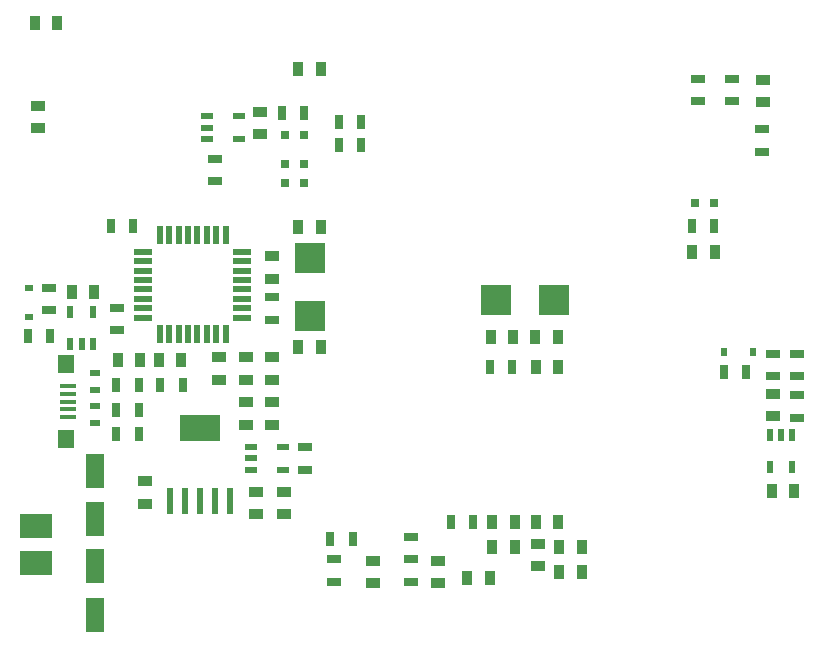
<source format=gtp>
%FSLAX44Y44*%
%MOMM*%
G71*
G01*
G75*
G04 Layer_Color=8421504*
%ADD10R,2.5000X2.6000*%
%ADD11R,2.7000X2.0000*%
%ADD12R,1.6000X3.0000*%
%ADD13R,1.3000X0.7000*%
%ADD14R,0.9000X1.3000*%
%ADD15R,0.7000X1.3000*%
%ADD16R,1.5000X0.5000*%
%ADD17R,0.5000X1.5000*%
%ADD18R,1.3000X0.9000*%
%ADD19R,0.8000X0.8000*%
%ADD20R,0.5588X0.6858*%
%ADD21R,0.6858X0.5588*%
%ADD22C,1.0160*%
%ADD23R,1.4000X1.6000*%
%ADD24R,1.9000X1.9000*%
%ADD25R,1.3500X0.4000*%
%ADD26R,1.0000X0.5500*%
%ADD27R,0.5500X1.0000*%
%ADD28R,0.9000X0.6000*%
%ADD29R,0.6000X2.2000*%
%ADD30R,3.5000X2.2000*%
%ADD31R,2.6000X2.5000*%
%ADD32C,0.2000*%
%ADD33C,0.6000*%
%ADD34C,0.8000*%
%ADD35C,0.5000*%
%ADD36C,0.4000*%
%ADD37C,1.0000*%
%ADD38C,0.9000*%
%ADD39R,1.6000X2.0000*%
%ADD40O,1.6000X2.0000*%
%ADD41R,1.7000X1.7000*%
%ADD42C,1.7000*%
%ADD43O,2.0000X1.6000*%
%ADD44R,2.0000X1.6000*%
G04:AMPARAMS|DCode=45|XSize=2mm|YSize=1.2mm|CornerRadius=0.36mm|HoleSize=0mm|Usage=FLASHONLY|Rotation=0.000|XOffset=0mm|YOffset=0mm|HoleType=Round|Shape=RoundedRectangle|*
%AMROUNDEDRECTD45*
21,1,2.0000,0.4800,0,0,0.0*
21,1,1.2800,1.2000,0,0,0.0*
1,1,0.7200,0.6400,-0.2400*
1,1,0.7200,-0.6400,-0.2400*
1,1,0.7200,-0.6400,0.2400*
1,1,0.7200,0.6400,0.2400*
%
%ADD45ROUNDEDRECTD45*%
%ADD46C,4.0000*%
%ADD47C,7.4000*%
%ADD48C,3.2000*%
%ADD49R,1.9000X1.9000*%
%ADD50C,1.9000*%
%ADD51C,0.6000*%
%ADD52C,0.2540*%
%ADD53C,0.0800*%
D10*
X459500Y287000D02*
D03*
X410500D02*
D03*
D11*
X21000Y96000D02*
D03*
Y64000D02*
D03*
D12*
X71000Y142500D02*
D03*
Y101500D02*
D03*
Y20500D02*
D03*
Y61500D02*
D03*
D13*
X339000Y86500D02*
D03*
Y67500D02*
D03*
X173000Y406500D02*
D03*
Y387500D02*
D03*
X90000Y261500D02*
D03*
Y280500D02*
D03*
X221000Y289500D02*
D03*
Y270500D02*
D03*
X611000Y474500D02*
D03*
Y455500D02*
D03*
X582000Y474500D02*
D03*
Y455500D02*
D03*
X636000Y412500D02*
D03*
Y431500D02*
D03*
X666000Y206500D02*
D03*
Y187500D02*
D03*
X32000Y297500D02*
D03*
Y278500D02*
D03*
X666000Y222500D02*
D03*
Y241500D02*
D03*
X274000Y48500D02*
D03*
Y67500D02*
D03*
X249000Y143500D02*
D03*
Y162500D02*
D03*
X645000Y222500D02*
D03*
Y241500D02*
D03*
X339000Y67500D02*
D03*
Y48500D02*
D03*
D14*
X596000Y328000D02*
D03*
X577000D02*
D03*
X125500Y236000D02*
D03*
X144500D02*
D03*
X243500Y349000D02*
D03*
X262500D02*
D03*
X243500Y247000D02*
D03*
X262500D02*
D03*
X39500Y522000D02*
D03*
X20500D02*
D03*
X262500Y482500D02*
D03*
X243500D02*
D03*
X464500Y78000D02*
D03*
X483500D02*
D03*
X444500Y230000D02*
D03*
X463500D02*
D03*
X407500Y99000D02*
D03*
X426500D02*
D03*
X463500D02*
D03*
X444500D02*
D03*
X425500Y256000D02*
D03*
X406500D02*
D03*
X444250D02*
D03*
X463250D02*
D03*
X663500Y125000D02*
D03*
X644500D02*
D03*
X70500Y294000D02*
D03*
X51500D02*
D03*
X109500Y236000D02*
D03*
X90500D02*
D03*
X483500Y57000D02*
D03*
X464500D02*
D03*
X407500Y78000D02*
D03*
X426500D02*
D03*
X405500Y52000D02*
D03*
X386500D02*
D03*
D15*
X84500Y350000D02*
D03*
X103500D02*
D03*
X296500Y438000D02*
D03*
X277500D02*
D03*
X296500Y418000D02*
D03*
X277500D02*
D03*
X108500Y215000D02*
D03*
X89500D02*
D03*
X108500Y194000D02*
D03*
X89500D02*
D03*
X108500Y174000D02*
D03*
X89500D02*
D03*
X622500Y226000D02*
D03*
X603500D02*
D03*
X229500Y445000D02*
D03*
X248500D02*
D03*
X405500Y230000D02*
D03*
X424500D02*
D03*
X576500Y350000D02*
D03*
X595500D02*
D03*
X33500Y257000D02*
D03*
X14500D02*
D03*
X372500Y99000D02*
D03*
X391500D02*
D03*
X270500Y85000D02*
D03*
X289500D02*
D03*
X126500Y215000D02*
D03*
X145500D02*
D03*
D16*
X196000Y272000D02*
D03*
Y280000D02*
D03*
Y288000D02*
D03*
Y296000D02*
D03*
Y304000D02*
D03*
Y312000D02*
D03*
Y320000D02*
D03*
Y328000D02*
D03*
X112000D02*
D03*
Y320000D02*
D03*
Y312000D02*
D03*
Y304000D02*
D03*
Y296000D02*
D03*
Y288000D02*
D03*
Y280000D02*
D03*
Y272000D02*
D03*
D17*
X182000Y342000D02*
D03*
X174000D02*
D03*
X166000D02*
D03*
X158000D02*
D03*
X150000D02*
D03*
X142000D02*
D03*
X134000D02*
D03*
X126000D02*
D03*
Y258000D02*
D03*
X134000D02*
D03*
X142000D02*
D03*
X150000D02*
D03*
X158000D02*
D03*
X166000D02*
D03*
X174000D02*
D03*
X182000D02*
D03*
D18*
X221000Y238500D02*
D03*
Y219500D02*
D03*
X199000Y219500D02*
D03*
Y238500D02*
D03*
X221000Y324000D02*
D03*
Y305000D02*
D03*
X176000Y219500D02*
D03*
Y238500D02*
D03*
X114000Y133500D02*
D03*
Y114500D02*
D03*
X23000Y451640D02*
D03*
Y432640D02*
D03*
X637000Y473500D02*
D03*
Y454500D02*
D03*
X208000Y124500D02*
D03*
Y105500D02*
D03*
X307000Y66500D02*
D03*
Y47500D02*
D03*
X362000Y66500D02*
D03*
Y47500D02*
D03*
X211000Y427500D02*
D03*
Y446500D02*
D03*
X221000Y200500D02*
D03*
Y181500D02*
D03*
X645000Y188500D02*
D03*
Y207500D02*
D03*
X231000Y124500D02*
D03*
Y105500D02*
D03*
X199000Y200500D02*
D03*
Y181500D02*
D03*
X446000Y80500D02*
D03*
Y61500D02*
D03*
D19*
X232000Y402000D02*
D03*
X248000D02*
D03*
X232000Y386000D02*
D03*
X248000D02*
D03*
X232000Y427000D02*
D03*
X248000D02*
D03*
X579000Y369000D02*
D03*
X595000D02*
D03*
D20*
X628192Y243000D02*
D03*
X603808D02*
D03*
D21*
X15000Y272808D02*
D03*
Y297192D02*
D03*
D23*
X46500Y169000D02*
D03*
Y233000D02*
D03*
D25*
X48750Y188000D02*
D03*
Y194500D02*
D03*
Y201000D02*
D03*
Y207500D02*
D03*
Y214000D02*
D03*
D26*
X193500Y423500D02*
D03*
Y442500D02*
D03*
X166500Y423500D02*
D03*
Y433000D02*
D03*
Y442500D02*
D03*
X230500Y143500D02*
D03*
Y162500D02*
D03*
X203500Y143500D02*
D03*
Y153000D02*
D03*
Y162500D02*
D03*
D27*
X69500Y276500D02*
D03*
X50500D02*
D03*
X69500Y249500D02*
D03*
X60000D02*
D03*
X50500D02*
D03*
X642500Y145500D02*
D03*
X661500D02*
D03*
X642500Y172500D02*
D03*
X652000D02*
D03*
X661500D02*
D03*
D28*
X71000Y225500D02*
D03*
Y210500D02*
D03*
Y182500D02*
D03*
Y197500D02*
D03*
D29*
X134600Y117000D02*
D03*
X147300D02*
D03*
X160000D02*
D03*
X172700D02*
D03*
X185400D02*
D03*
D30*
X160000Y179000D02*
D03*
D31*
X253000Y273500D02*
D03*
Y322500D02*
D03*
M02*

</source>
